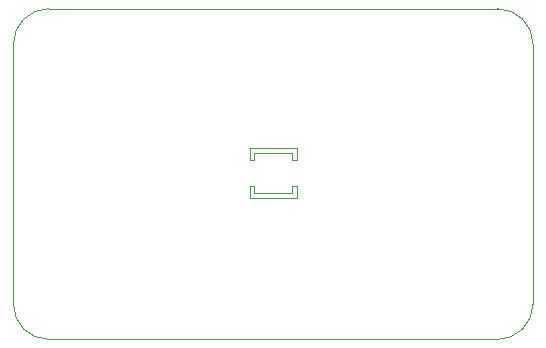
<source format=gm1>
%TF.GenerationSoftware,KiCad,Pcbnew,8.0.2*%
%TF.CreationDate,2024-12-26T16:21:06-05:00*%
%TF.ProjectId,Temp and Humidity Sensor,54656d70-2061-46e6-9420-48756d696469,rev?*%
%TF.SameCoordinates,Original*%
%TF.FileFunction,Profile,NP*%
%FSLAX46Y46*%
G04 Gerber Fmt 4.6, Leading zero omitted, Abs format (unit mm)*
G04 Created by KiCad (PCBNEW 8.0.2) date 2024-12-26 16:21:06*
%MOMM*%
%LPD*%
G01*
G04 APERTURE LIST*
%TA.AperFunction,Profile*%
%ADD10C,0.050000*%
%TD*%
G04 APERTURE END LIST*
D10*
X125000000Y-52000000D02*
X129000000Y-52000000D01*
X129000000Y-51000000D02*
X128600000Y-51000000D01*
X105000000Y-61000000D02*
X105000000Y-39000000D01*
X125000000Y-48800000D02*
X125400000Y-48800000D01*
X125400000Y-48200000D02*
X128600000Y-48200000D01*
X128600000Y-48800000D02*
X129000000Y-48800000D01*
X108000000Y-64000000D02*
G75*
G02*
X105000000Y-61000000I0J3000000D01*
G01*
X149000000Y-39000000D02*
X149000000Y-61000000D01*
X146000000Y-64000000D02*
X108000000Y-64000000D01*
X128600000Y-48200000D02*
X128600000Y-48800000D01*
X125400000Y-48800000D02*
X125400000Y-48200000D01*
X129000000Y-48800000D02*
X129000000Y-47800000D01*
X125000000Y-47800000D02*
X125000000Y-48800000D01*
X129000000Y-52000000D02*
X129000000Y-51000000D01*
X129000000Y-47800000D02*
X125000000Y-47800000D01*
X108000000Y-36000000D02*
X146000000Y-36000000D01*
X105000000Y-39000000D02*
G75*
G02*
X108000000Y-36000000I3000000J0D01*
G01*
X146000000Y-36000000D02*
G75*
G02*
X149000000Y-39000000I0J-3000000D01*
G01*
X149000000Y-61000000D02*
G75*
G02*
X146000000Y-64000000I-3000000J0D01*
G01*
X125400000Y-51600000D02*
X125400000Y-51000000D01*
X128600000Y-51000000D02*
X128600000Y-51600000D01*
X128600000Y-51600000D02*
X125400000Y-51600000D01*
X125400000Y-51000000D02*
X125000000Y-51000000D01*
X125000000Y-51000000D02*
X125000000Y-52000000D01*
M02*

</source>
